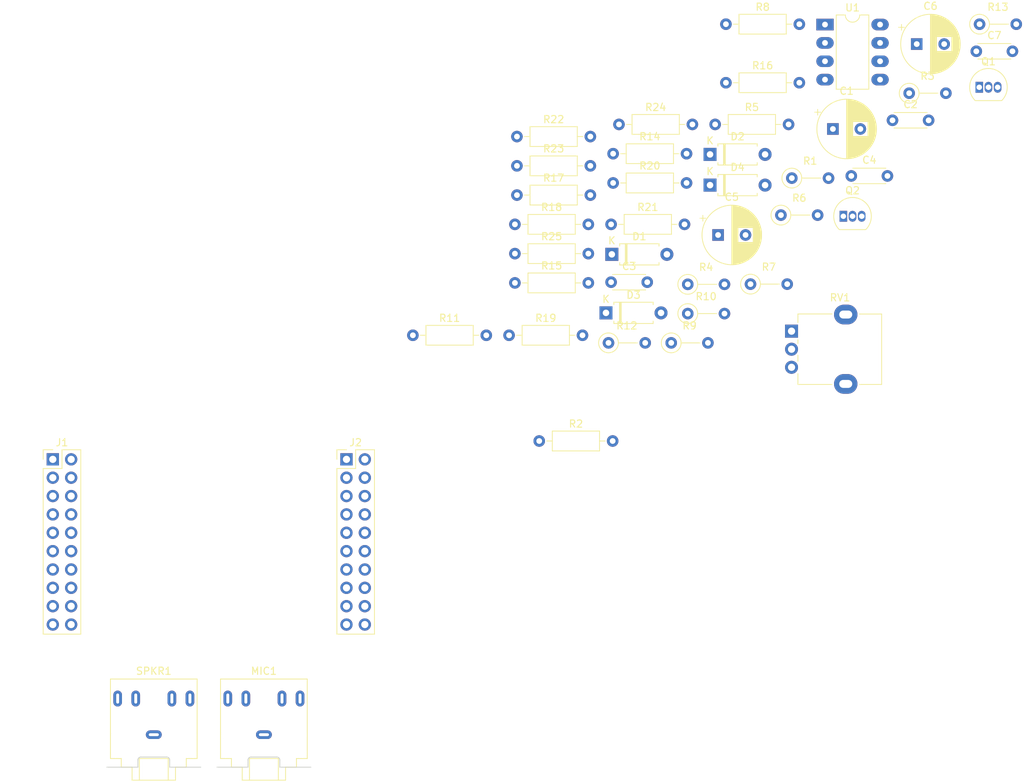
<source format=kicad_pcb>
(kicad_pcb (version 20211014) (generator pcbnew)
  (layers (0 "F.Cu" signal) (31 "B.Cu" signal) (34 "B.Paste" user) (35 "F.Paste" user) (36 "B.SilkS" user "B.Silkscreen") (37 "F.SilkS" user "F.Silkscreen") (38 "B.Mask" user) (39 "F.Mask" user) (44 "Edge.Cuts" user))
  (net 0 "")
  (net 1 "Net-(C1-Pad1)")
  (net 2 "Net-(C1-Pad2)")
  (net 3 "+5V")
  (net 4 "GND")
  (net 5 "Net-(R19-Pad2)")
  (net 6 "Net-(R20-Pad1)")
  (net 7 "Net-(RV1-Pad2)")
  (net 8 "Net-(R25-Pad1)")
  (net 9 "Net-(Q1-Pad2)")
  (net 10 "Net-(D1-Pad2)")
  (net 11 "Net-(MIC1-PadS)")
  (net 12 "Net-(D1-Pad1)")
  (net 13 "Net-(D3-Pad2)")
  (net 14 "+3V3")
  (net 15 "/ADC_IN")
  (net 31 "/PTT")
  (net 34 "/DAC_0")
  (net 36 "/DAC_1")
  (net 38 "/DAC_2")
  (net 40 "/DAC_3")
  (net 42 "/DAC_4")
  (net 52 "Net-(MIC1-PadR)")
  (net 54 "Net-(Q2-Pad2)")
  (net 55 "Net-(R1-Pad1)")
  (net 56 "Net-(R3-Pad2)")
  (net 57 "Net-(R10-Pad1)")
  (net 58 "Net-(R10-Pad2)")
  (net 59 "Net-(R12-Pad2)")
  (net 60 "Net-(U1-Pad2)")
  (footprint "Resistor_THT:R_Axial_DIN0207_L6.3mm_D2.5mm_P10.16mm_Horizontal" (layer "F.Cu") (at 146.265302 62.87)
    (fp_text reference "R5" (at 5.08 -2.37) (layer "F.SilkS"))
    (fp_text value "10k")
    (pad "1" thru_hole circle (at 0 0) (size 1.6 1.6) (drill 0.8) (layers *.Cu *.Mask) (net 56 "Net-(R3-Pad2)"))
    (pad "2" thru_hole oval (at 10.16 0) (size 1.6 1.6) (drill 0.8) (layers *.Cu *.Mask) (net 36 "/DAC_1"))
  )
  (footprint "Connector_PinHeader_2.54mm:PinHeader_2x10_P2.54mm_Vertical" (layer "F.Cu") (at 54.605 109.22)
    (fp_text reference "J1" (at 1.27 -2.33) (layer "F.SilkS"))
    (fp_text value "Conn_02x10_Odd_Even")
    (pad "1" thru_hole rect (at 0 0) (size 1.7 1.7) (drill 1) (layers *.Cu *.Mask) (net 14 "+3V3"))
    (pad "2" thru_hole oval (at 2.54 0) (size 1.7 1.7) (drill 1) (layers *.Cu *.Mask) (net 3 "+5V"))
    (pad "3" thru_hole oval (at 0 2.54) (size 1.7 1.7) (drill 1) (layers *.Cu *.Mask) (net 15 "/ADC_IN"))
    (pad "4" thru_hole oval (at 2.54 2.54) (size 1.7 1.7) (drill 1) (layers *.Cu *.Mask) (net 4 "GND"))
    (pad "5" thru_hole oval (at 0 5.08) (size 1.7 1.7) (drill 1) (layers *.Cu *.Mask))
    (pad "6" thru_hole oval (at 2.54 5.08) (size 1.7 1.7) (drill 1) (layers *.Cu *.Mask))
    (pad "7" thru_hole oval (at 0 7.62) (size 1.7 1.7) (drill 1) (layers *.Cu *.Mask))
    (pad "8" thru_hole oval (at 2.54 7.62) (size 1.7 1.7) (drill 1) (layers *.Cu *.Mask))
    (pad "9" thru_hole oval (at 0 10.16) (size 1.7 1.7) (drill 1) (layers *.Cu *.Mask))
    (pad "10" thru_hole oval (at 2.54 10.16) (size 1.7 1.7) (drill 1) (layers *.Cu *.Mask))
    (pad "11" thru_hole oval (at 0 12.7) (size 1.7 1.7) (drill 1) (layers *.Cu *.Mask))
    (pad "12" thru_hole oval (at 2.54 12.7) (size 1.7 1.7) (drill 1) (layers *.Cu *.Mask))
    (pad "13" thru_hole oval (at 0 15.24) (size 1.7 1.7) (drill 1) (layers *.Cu *.Mask))
    (pad "14" thru_hole oval (at 2.54 15.24) (size 1.7 1.7) (drill 1) (layers *.Cu *.Mask))
    (pad "15" thru_hole oval (at 0 17.78) (size 1.7 1.7) (drill 1) (layers *.Cu *.Mask))
    (pad "16" thru_hole oval (at 2.54 17.78) (size 1.7 1.7) (drill 1) (layers *.Cu *.Mask))
    (pad "17" thru_hole oval (at 0 20.32) (size 1.7 1.7) (drill 1) (layers *.Cu *.Mask))
    (pad "18" thru_hole oval (at 2.54 20.32) (size 1.7 1.7) (drill 1) (layers *.Cu *.Mask))
    (pad "19" thru_hole oval (at 0 22.86) (size 1.7 1.7) (drill 1) (layers *.Cu *.Mask))
    (pad "20" thru_hole oval (at 2.54 22.86) (size 1.7 1.7) (drill 1) (layers *.Cu *.Mask) (net 31 "/PTT"))
  )
  (footprint "Resistor_THT:R_Axial_DIN0207_L6.3mm_D2.5mm_P10.16mm_Horizontal" (layer "F.Cu") (at 118.835302 64.55)
    (fp_text reference "R22" (at 5.08 -2.37) (layer "F.SilkS"))
    (fp_text value "10k")
    (pad "1" thru_hole circle (at 0 0) (size 1.6 1.6) (drill 0.8) (layers *.Cu *.Mask) (net 14 "+3V3"))
    (pad "2" thru_hole oval (at 10.16 0) (size 1.6 1.6) (drill 0.8) (layers *.Cu *.Mask) (net 9 "Net-(Q1-Pad2)"))
  )
  (footprint "Resistor_THT:R_Axial_DIN0207_L6.3mm_D2.5mm_P10.16mm_Horizontal" (layer "F.Cu") (at 147.755302 57.1)
    (fp_text reference "R16" (at 5.08 -2.37) (layer "F.SilkS"))
    (fp_text value "10k")
    (pad "1" thru_hole circle (at 0 0) (size 1.6 1.6) (drill 0.8) (layers *.Cu *.Mask) (net 1 "Net-(C1-Pad1)"))
    (pad "2" thru_hole oval (at 10.16 0) (size 1.6 1.6) (drill 0.8) (layers *.Cu *.Mask) (net 4 "GND"))
  )
  (footprint "Connector_Audio:Jack_3.5mm_CUI_SJ1-3525N_Horizontal" (layer "F.Cu") (at 68.58 147.32)
    (fp_text reference "SPKR1" (at 0 -8.8) (layer "F.SilkS"))
    (fp_text value "AudioJack3")
    (fp_line (start 1.8 3.1) (end -1.8 3.1) (layer "Edge.Cuts") (width 0.12))
    (fp_line (start -2.2 4.5) (end -6.5 4.5) (layer "Edge.Cuts") (width 0.12))
    (fp_line (start 2.2 4.5) (end 6.5 4.5) (layer "Edge.Cuts") (width 0.12))
    (fp_line (start 2.2 3.5) (end 2.2 4.5) (layer "Edge.Cuts") (width 0.12))
    (fp_line (start -2.2 3.5) (end -2.2 4.5) (layer "Edge.Cuts") (width 0.12))
    (fp_arc (start 1.8 3.1) (mid 2.082843 3.217157) (end 2.2 3.5) (layer "Edge.Cuts") (width 0.12))
    (fp_arc (start -2.2 3.5) (mid -2.082842 3.217158) (end -1.8 3.1) (layer "Edge.Cuts") (width 0.12))
    (pad "" np_thru_hole circle (at 0 -5) (size 1.2 1.2) (drill 1.2) (layers *.Cu))
    (pad "" np_thru_hole circle (at 5 2.5) (size 1.2 1.2) (drill 1.2) (layers *.Cu))
    (pad "" np_thru_hole circle (at -5 0) (size 1.2 1.2) (drill 1.2) (layers *.Cu))
    (pad "" np_thru_hole circle (at 5 0) (size 1.2 1.2) (drill 1.2) (layers *.Cu))
    (pad "" np_thru_hole circle (at -5 2.5) (size 1.2 1.2) (drill 1.2) (layers *.Cu))
    (pad "R" thru_hole oval (at -5 -5) (size 1.2 2.2) (drill oval 0.4 1.4) (layers *.Cu *.Mask))
    (pad "RN" thru_hole oval (at -2.5 -5) (size 1.2 2.2) (drill oval 0.4 1.4) (layers *.Cu *.Mask))
    (pad "S" thru_hole oval (at 0 0) (size 2.2 1.2) (drill oval 1.4 0.4) (layers *.Cu *.Mask) (net 4 "GND"))
    (pad "T" thru_hole oval (at 5 -5 180) (size 1.2 2.2) (drill oval 0.4 1.4) (layers *.Cu *.Mask) (net 10 "Net-(D1-Pad2)"))
    (pad "TN" thru_hole oval (at 2.5 -5 180) (size 1.2 2.2) (drill oval 0.4 1.4) (layers *.Cu *.Mask))
  )
  (footprint "Resistor_THT:R_Axial_DIN0207_L6.3mm_D2.5mm_P5.08mm_Vertical" (layer "F.Cu") (at 173.115302 58.55)
    (fp_text reference "R3" (at 2.54 -2.37) (layer "F.SilkS"))
    (fp_text value "10k")
    (pad "1" thru_hole circle (at 0 0) (size 1.6 1.6) (drill 0.8) (layers *.Cu *.Mask) (net 55 "Net-(R1-Pad1)"))
    (pad "2" thru_hole oval (at 5.08 0) (size 1.6 1.6) (drill 0.8) (layers *.Cu *.Mask) (net 56 "Net-(R3-Pad2)"))
  )
  (footprint "Resistor_THT:R_Axial_DIN0207_L6.3mm_D2.5mm_P5.08mm_Vertical" (layer "F.Cu") (at 142.475302 85)
    (fp_text reference "R4" (at 2.54 -2.37) (layer "F.SilkS"))
    (fp_text value "10k")
    (pad "1" thru_hole circle (at 0 0) (size 1.6 1.6) (drill 0.8) (layers *.Cu *.Mask) (net 55 "Net-(R1-Pad1)"))
    (pad "2" thru_hole oval (at 5.08 0) (size 1.6 1.6) (drill 0.8) (layers *.Cu *.Mask) (net 56 "Net-(R3-Pad2)"))
  )
  (footprint "Capacitor_THT:C_Disc_D4.3mm_W1.9mm_P5.00mm" (layer "F.Cu") (at 182.405302 52.75)
    (fp_text reference "C7" (at 2.5 -2.2) (layer "F.SilkS"))
    (fp_text value "0.1uF")
    (pad "1" thru_hole circle (at 0 0) (size 1.6 1.6) (drill 0.8) (layers *.Cu *.Mask) (net 11 "Net-(MIC1-PadS)"))
    (pad "2" thru_hole circle (at 5 0) (size 1.6 1.6) (drill 0.8) (layers *.Cu *.Mask) (net 4 "GND"))
  )
  (footprint "Resistor_THT:R_Axial_DIN0207_L6.3mm_D2.5mm_P10.16mm_Horizontal" (layer "F.Cu") (at 118.555302 76.7)
    (fp_text reference "R18" (at 5.08 -2.37) (layer "F.SilkS"))
    (fp_text value "10k")
    (pad "1" thru_hole circle (at 0 0) (size 1.6 1.6) (drill 0.8) (layers *.Cu *.Mask) (net 2 "Net-(C1-Pad2)"))
    (pad "2" thru_hole oval (at 10.16 0) (size 1.6 1.6) (drill 0.8) (layers *.Cu *.Mask) (net 4 "GND"))
  )
  (footprint "Resistor_THT:R_Axial_DIN0207_L6.3mm_D2.5mm_P10.16mm_Horizontal" (layer "F.Cu") (at 104.435302 92.05)
    (fp_text reference "R11" (at 5.08 -2.37) (layer "F.SilkS"))
    (fp_text value "10k")
    (pad "1" thru_hole circle (at 0 0) (size 1.6 1.6) (drill 0.8) (layers *.Cu *.Mask) (net 58 "Net-(R10-Pad2)"))
    (pad "2" thru_hole oval (at 10.16 0) (size 1.6 1.6) (drill 0.8) (layers *.Cu *.Mask) (net 40 "/DAC_3"))
  )
  (footprint "Resistor_THT:R_Axial_DIN0207_L6.3mm_D2.5mm_P5.08mm_Vertical" (layer "F.Cu") (at 142.475302 89.05)
    (fp_text reference "R10" (at 2.54 -2.37) (layer "F.SilkS"))
    (fp_text value "10k")
    (pad "1" thru_hole circle (at 0 0) (size 1.6 1.6) (drill 0.8) (layers *.Cu *.Mask) (net 57 "Net-(R10-Pad1)"))
    (pad "2" thru_hole oval (at 5.08 0) (size 1.6 1.6) (drill 0.8) (layers *.Cu *.Mask) (net 58 "Net-(R10-Pad2)"))
  )
  (footprint "Resistor_THT:R_Axial_DIN0207_L6.3mm_D2.5mm_P5.08mm_Vertical" (layer "F.Cu") (at 156.875302 70.3)
    (fp_text reference "R1" (at 2.54 -2.37) (layer "F.SilkS"))
    (fp_text value "10k")
    (pad "1" thru_hole circle (at 0 0) (size 1.6 1.6) (drill 0.8) (layers *.Cu *.Mask) (net 55 "Net-(R1-Pad1)"))
    (pad "2" thru_hole oval (at 5.08 0) (size 1.6 1.6) (drill 0.8) (layers *.Cu *.Mask) (net 4 "GND"))
  )
  (footprint "Resistor_THT:R_Axial_DIN0207_L6.3mm_D2.5mm_P10.16mm_Horizontal" (layer "F.Cu") (at 118.835302 68.6)
    (fp_text reference "R23" (at 5.08 -2.37) (layer "F.SilkS"))
    (fp_text value "8.2k")
    (pad "1" thru_hole circle (at 0 0) (size 1.6 1.6) (drill 0.8) (layers *.Cu *.Mask) (net 9 "Net-(Q1-Pad2)"))
    (pad "2" thru_hole oval (at 10.16 0) (size 1.6 1.6) (drill 0.8) (layers *.Cu *.Mask) (net 4 "GND"))
  )
  (footprint "Package_TO_SOT_THT:TO-92_Inline" (layer "F.Cu") (at 182.815302 57.73)
    (fp_text reference "Q1" (at 1.27 -3.56) (layer "F.SilkS"))
    (fp_text value "2N3904")
    (pad "1" thru_hole rect (at 0 0) (size 1.05 1.5) (drill 0.75) (layers *.Cu *.Mask) (net 15 "/ADC_IN"))
    (pad "2" thru_hole oval (at 1.27 0) (size 1.05 1.5) (drill 0.75) (layers *.Cu *.Mask) (net 9 "Net-(Q1-Pad2)"))
    (pad "3" thru_hole oval (at 2.54 0) (size 1.05 1.5) (drill 0.75) (layers *.Cu *.Mask) (net 14 "+3V3"))
  )
  (footprint "Resistor_THT:R_Axial_DIN0207_L6.3mm_D2.5mm_P10.16mm_Horizontal" (layer "F.Cu") (at 121.92 106.68)
    (fp_text reference "R2" (at 5.08 -2.37) (layer "F.SilkS"))
    (fp_text value "10k")
    (pad "1" thru_hole circle (at 0 0) (size 1.6 1.6) (drill 0.8) (layers *.Cu *.Mask) (net 55 "Net-(R1-Pad1)"))
    (pad "2" thru_hole oval (at 10.16 0) (size 1.6 1.6) (drill 0.8) (layers *.Cu *.Mask) (net 34 "/DAC_0"))
  )
  (footprint "Resistor_THT:R_Axial_DIN0207_L6.3mm_D2.5mm_P10.16mm_Horizontal" (layer "F.Cu") (at 132.145302 70.97)
    (fp_text reference "R20" (at 5.08 -2.37) (layer "F.SilkS"))
    (fp_text value "10k")
    (pad "1" thru_hole circle (at 0 0) (size 1.6 1.6) (drill 0.8) (layers *.Cu *.Mask) (net 6 "Net-(R20-Pad1)"))
    (pad "2" thru_hole oval (at 10.16 0) (size 1.6 1.6) (drill 0.8) (layers *.Cu *.Mask) (net 4 "GND"))
  )
  (footprint "Resistor_THT:R_Axial_DIN0207_L6.3mm_D2.5mm_P10.16mm_Horizontal" (layer "F.Cu") (at 117.745302 92.05)
    (fp_text reference "R19" (at 5.08 -2.37) (layer "F.SilkS"))
    (fp_text value "330")
    (pad "1" thru_hole circle (at 0 0) (size 1.6 1.6) (drill 0.8) (layers *.Cu *.Mask) (net 60 "Net-(U1-Pad2)"))
    (pad "2" thru_hole oval (at 10.16 0) (size 1.6 1.6) (drill 0.8) (layers *.Cu *.Mask) (net 5 "Net-(R19-Pad2)"))
  )
  (footprint "Connector_Audio:Jack_3.5mm_CUI_SJ1-3525N_Horizontal" (layer "F.Cu") (at 83.82 147.32)
    (fp_text reference "MIC1" (at 0 -8.8) (layer "F.SilkS"))
    (fp_text value "AudioJack3")
    (fp_line (start 2.2 3.5) (end 2.2 4.5) (layer "Edge.Cuts") (width 0.12))
    (fp_line (start -2.2 4.5) (end -6.5 4.5) (layer "Edge.Cuts") (width 0.12))
    (fp_line (start -2.2 3.5) (end -2.2 4.5) (layer "Edge.Cuts") (width 0.12))
    (fp_line (start 2.2 4.5) (end 6.5 4.5) (layer "Edge.Cuts") (width 0.12))
    (fp_line (start 1.8 3.1) (end -1.8 3.1) (layer "Edge.Cuts") (width 0.12))
    (fp_arc (start -2.2 3.5) (mid -2.082842 3.217158) (end -1.8 3.1) (layer "Edge.Cuts") (width 0.12))
    (fp_arc (start 1.8 3.1) (mid 2.082843 3.217157) (end 2.2 3.5) (layer "Edge.Cuts") (width 0.12))
    (pad "" np_thru_hole circle (at -5 2.5) (size 1.2 1.2) (drill 1.2) (layers *.Cu))
    (pad "" np_thru_hole circle (at 5 2.5) (size 1.2 1.2) (drill 1.2) (layers *.Cu))
    (pad "" np_thru_hole circle (at 0 -5) (size 1.2 1.2) (drill 1.2) (layers *.Cu))
    (pad "" np_thru_hole circle (at 5 0) (size 1.2 1.2) (drill 1.2) (layers *.Cu))
    (pad "" np_thru_hole circle (at -5 0) (size 1.2 1.2) (drill 1.2) (layers *.Cu))
    (pad "R" thru_hole oval (at -5 -5) (size 1.2 2.2) (drill oval 0.4 1.4) (layers *.Cu *.Mask) (net 52 "Net-(MIC1-PadR)"))
    (pad "RN" thru_hole oval (at -2.5 -5) (size 1.2 2.2) (drill oval 0.4 1.4) (layers *.Cu *.Mask))
    (pad "S" thru_hole oval (at 0 0) (size 2.2 1.2) (drill oval 1.4 0.4) (layers *.Cu *.Mask) (net 11 "Net-(MIC1-PadS)"))
    (pad "T" thru_hole oval (at 5 -5 180) (size 1.2 2.2) (drill oval 0.4 1.4) (layers *.Cu *.Mask))
    (pad "TN" thru_hole oval (at 2.5 -5 180) (size 1.2 2.2) (drill oval 0.4 1.4) (layers *.Cu *.Mask))
  )
  (footprint "Capacitor_THT:C_Disc_D4.3mm_W1.9mm_P5.00mm" (layer "F.Cu") (at 170.805302 62.3)
    (fp_text reference "C2" (at 2.5 -2.2) (layer "F.SilkS"))
    (fp_text value "0.1uF")
    (pad "1" thru_hole circle (at 0 0) (size 1.6 1.6) (drill 0.8) (layers *.Cu *.Mask) (net 3 "+5V"))
    (pad "2" thru_hole circle (at 5 0) (size 1.6 1.6) (drill 0.8) (layers *.Cu *.Mask) (net 4 "GND"))
  )
  (footprint "Potentiometer_THT:Potentiometer_Alpha_RD901F-40-00D_Single_Vertical" (layer "F.Cu") (at 156.835 91.48)
    (fp_text reference "RV1" (at 6.71 -4.64 180) (layer "F.SilkS"))
    (fp_text value "10k")
    (pad "" thru_hole oval (at 7.5 7.3 90) (size 2.72 3.24) (drill oval 1.1 1.8) (layers *.Cu *.Mask))
    (pad "" thru_hole oval (at 7.5 -2.3 90) (size 2.72 3.24) (drill oval 1.1 1.8) (layers *.Cu *.Mask))
    (pad "1" thru_hole rect (at 0 0 90) (size 1.8 1.8) (drill 1) (layers *.Cu *.Mask) (net 6 "Net-(R20-Pad1)"))
    (pad "2" thru_hole circle (at 0 2.5 90) (size 1.8 1.8) (drill 1) (layers *.Cu *.Mask) (net 7 "Net-(RV1-Pad2)"))
    (pad "3" thru_hole circle (at 0 5 90) (size 1.8 1.8) (drill 1) (layers *.Cu *.Mask) (net 4 "GND"))
  )
  (footprint "Capacitor_THT:C_Disc_D4.3mm_W1.9mm_P5.00mm" (layer "F.Cu") (at 165.105302 70)
    (fp_text reference "C4" (at 2.5 -2.2) (layer "F.SilkS"))
    (fp_text value "82nF")
    (pad "1" thru_hole circle (at 0 0) (size 1.6 1.6) (drill 0.8) (layers *.Cu *.Mask) (net 5 "Net-(R19-Pad2)"))
    (pad "2" thru_hole circle (at 5 0) (size 1.6 1.6) (drill 0.8) (layers *.Cu *.Mask) (net 6 "Net-(R20-Pad1)"))
  )
  (footprint "Capacitor_THT:CP_Radial_D8.0mm_P3.80mm" (layer "F.Cu") (at 146.67 78.17)
    (fp_text reference "C5" (at 1.9 -5.25) (layer "F.SilkS"))
    (fp_text value "100uF")
    (pad "1" thru_hole rect (at 0 0) (size 1.6 1.6) (drill 0.8) (layers *.Cu *.Mask) (net 7 "Net-(RV1-Pad2)"))
    (pad "2" thru_hole circle (at 3.8 0) (size 1.6 1.6) (drill 0.8) (layers *.Cu *.Mask) (net 8 "Net-(R25-Pad1)"))
  )
  (footprint "Diode_THT:D_A-405_P7.62mm_Horizontal" (layer "F.Cu") (at 131.155302 88.95)
    (fp_text reference "D3" (at 3.81 -2.47) (layer "F.SilkS"))
    (fp_text value "DIODE")
    (fp_text user "K" (at 0 -1.9) (layer "F.SilkS"))
    (pad "1" thru_hole rect (at 0 0) (size 1.8 1.8) (drill 0.9) (layers *.Cu *.Mask) (net 10 "Net-(D1-Pad2)"))
    (pad "2" thru_hole oval (at 7.62 0) (size 1.8 1.8) (drill 0.9) (layers *.Cu *.Mask) (net 13 "Net-(D3-Pad2)"))
  )
  (footprint "Resistor_THT:R_Axial_DIN0207_L6.3mm_D2.5mm_P5.08mm_Vertical" (layer "F.Cu") (at 151.155302 84.97)
    (fp_text reference "R7" (at 2.54 -2.37) (layer "F.SilkS"))
    (fp_text value "10k")
    (pad "1" thru_hole circle (at 0 0) (size 1.6 1.6) (drill 0.8) (layers *.Cu *.Mask) (net 56 "Net-(R3-Pad2)"))
    (pad "2" thru_hole oval (at 5.08 0) (size 1.6 1.6) (drill 0.8) (layers *.Cu *.Mask) (net 57 "Net-(R10-Pad1)"))
  )
  (footprint "Resistor_THT:R_Axial_DIN0207_L6.3mm_D2.5mm_P10.16mm_Horizontal" (layer "F.Cu") (at 118.555302 84.8)
    (fp_text reference "R15" (at 5.08 -2.37) (layer "F.SilkS"))
    (fp_text value "2.2k")
    (pad "1" thru_hole circle (at 0 0) (size 1.6 1.6) (drill 0.8) (layers *.Cu *.Mask) (net 59 "Net-(R12-Pad2)"))
    (pad "2" thru_hole oval (at 10.16 0) (size 1.6 1.6) (drill 0.8) (layers *.Cu *.Mask) (net 1 "Net-(C1-Pad1)"))
  )
  (footprint "Resistor_THT:R_Axial_DIN0207_L6.3mm_D2.5mm_P10.16mm_Horizontal" (layer "F.Cu") (at 147.755302 49)
    (fp_text reference "R8" (at 5.08 -2.37) (layer "F.SilkS"))
    (fp_text value "10k")
    (pad "1" thru_hole circle (at 0 0) (size 1.6 1.6) (drill 0.8) (layers *.Cu *.Mask) (net 57 "Net-(R10-Pad1)"))
    (pad "2" thru_hole oval (at 10.16 0) (size 1.6 1.6) (drill 0.8) (layers *.Cu *.Mask) (net 38 "/DAC_2"))
  )
  (footprint "Resistor_THT:R_Axial_DIN0207_L6.3mm_D2.5mm_P10.16mm_Horizontal" (layer "F.Cu") (at 132.145302 66.92)
    (fp_text reference "R14" (at 5.08 -2.37) (layer "F.SilkS"))
    (fp_text value "10k")
    (pad "1" thru_hole circle (at 0 0) (size 1.6 1.6) (drill 0.8) (layers *.Cu *.Mask) (net 59 "Net-(R12-Pad2)"))
    (pad "2" thru_hole oval (at 10.16 0) (size 1.6 1.6) (drill 0.8) (layers *.Cu *.Mask) (net 42 "/DAC_4"))
  )
  (footprint "Resistor_THT:R_Axial_DIN0207_L6.3mm_D2.5mm_P5.08mm_Vertical" (layer "F.Cu") (at 140.185302 93.1)
    (fp_text reference "R9" (at 2.54 -2.37) (layer "F.SilkS"))
    (fp_text value "10k")
    (pad "1" thru_hole circle (at 0 0) (size 1.6 1.6) (drill 0.8) (layers *.Cu *.Mask) (net 57 "Net-(R10-Pad1)"))
    (pad "2" thru_hole oval (at 5.08 0) (size 1.6 1.6) (drill 0.8) (layers *.Cu *.Mask) (net 58 "Net-(R10-Pad2)"))
  )
  (footprint "Connector_PinHeader_2.54mm:PinHeader_2x10_P2.54mm_Vertical" (layer "F.Cu") (at 95.245 109.22)
    (fp_text reference "J2" (at 1.27 -2.33) (layer "F.SilkS"))
    (fp_text value "Conn_02x10_Odd_Even")
    (pad "1" thru_hole rect (at 0 0) (size 1.7 1.7) (drill 1) (layers *.Cu *.Mask))
    (pad "2" thru_hole oval (at 2.54 0) (size 1.7 1.7) (drill 1) (layers *.Cu *.Mask))
    (pad "3" thru_hole oval (at 0 2.54) (size 1.7 1.7) (drill 1) (layers *.Cu *.Mask) (net 34 "/DAC_0"))
    (pad "4" thru_hole oval (at 2.54 2.54) (size 1.7 1.7) (drill 1) (layers *.Cu *.Mask))
    (pad "5" thru_hole oval (at 0 5.08) (size 1.7 1.7) (drill 1) (layers *.Cu *.Mask) (net 36 "/DAC_1"))
    (pad "6" thru_hole oval (at 2.54 5.08) (size 1.7 1.7) (drill 1) (layers *.Cu *.Mask))
    (pad "7" thru_hole oval (at 0 7.62) (size 1.7 1.7) (drill 1) (layers *.Cu *.Mask) (net 38 "/DAC_2"))
    (pad "8" thru_hole oval (at 2.54 7.62) (size 1.7 1.7) (drill 1) (layers *.Cu *.Mask))
    (pad "9" thru_hole oval (at 0 10.16) (size 1.7 1.7) (drill 1) (layers *.Cu *.Mask) (net 40 "/DAC_3"))
    (pad "10" thru_hole oval (at 2.54 10.16) (size 1.7 1.7) (drill 1) (layers *.Cu *.Mask))
    (pad "11" thru_hole oval (at 0 12.7) (size 1.7 1.7) (drill 1) (layers *.Cu *.Mask) (net 42 "/DAC_4"))
    (pad "12" thru_hole oval (at 2.54 12.7) (size 1.7 1.7) (drill 1) (layers *.Cu *.Mask))
    (pad "13" thru_hole oval (at 0 15.24) (size 1.7 1.7) (drill 1) (layers *.Cu *.Mask))
    (pad "14" thru_hole oval (at 2.54 15.24) (size 1.7 1.7) (drill 1) (layers *.Cu *.Mask))
    (pad "15" thru_hole oval (at 0 17.78) (size 1.7 1.7) (drill 1) (layers *.Cu *.Mask))
    (pad "16" thru_hole oval (at 2.54 17.78) (size 1.7 1.7) (drill 1) (layers *.Cu *.Mask))
    (pad "17" thru_hole oval (at 0 20.32) (size 1.7 1.7) (drill 1) (layers *.Cu *.Mask))
    (pad "18" thru_hole oval (at 2.54 20.32) (size 1.7 1.7) (drill 1) (layers *.Cu *.Mask))
    (pad "19" thru_hole oval (at 0 22.86) (size 1.7 1.7) (drill 1) (layers *.Cu *.Mask))
    (pad "20" thru_hole oval (at 2.54 22.86) (size 1.7 1.7) (drill 1) (layers *.Cu *.Mask))
  )
  (footprint "Package_DIP:DIP-8_W7.62mm_LongPads" (layer "F.Cu") (at 161.465302 49.05)
    (fp_text reference "U1" (at 3.81 -2.33) (layer "F.SilkS"))
    (fp_text value "LM741")
    (pad "1" thru_hole rect (at 0 0) (size 2.4 1.6) (drill 0.8) (layers *.Cu *.Mask))
    (pad "2" thru_hole oval (at 0 2.54) (size 2.4 1.6) (drill 0.8) (layers *.Cu *.Mask) (net 60 "Net-(U1-Pad2)"))
    (pad "3" thru_hole oval (at 0 5.08) (size 2.4 1.6) (drill 0.8) (layers *.Cu *.Mask) (net 2 "Net-(C1-Pad2)"))
    (pad "4" thru_hole oval (at 0 7.62) (size 2.4 1.6) (drill 0.8) (layers *.Cu *.Mask) (net 4 "GND"))
    (pad "5" thru_hole oval (at 7.62 7.62) (size 2.4 1.6) (drill 0.8) (layers *.Cu *.Mask))
    (pad "6" thru_hole oval (at 7.62 5.08) (size 2.4 1.6) (drill 0.8) (layers *.Cu *.Mask) (net 60 "Net-(U1-Pad2)"))
    (pad "7" thru_hole oval (at 7.62 2.54) (size 2.4 1.6) (drill 0.8) (layers *.Cu *.Mask) (net 3 "+5V"))
    (pad "8" thru_hole oval (at 7.62 0) (size 2.4 1.6) (drill 0.8) (layers *.Cu *.Mask))
  )
  (footprint "Resistor_THT:R_Axial_DIN0207_L6.3mm_D2.5mm_P5.08mm_Vertical" (layer "F.Cu") (at 182.855302 49)
    (fp_text reference "R13" (at 2.54 -2.37) (layer "F.SilkS"))
    (fp_text value "10k")
    (pad "1" thru_hole circle (at 0 0) (size 1.6 1.6) (drill 0.8) (layers *.Cu *.Mask) (net 58 "Net-(R10-Pad2)"))
    (pad "2" thru_hole oval (at 5.08 0) (size 1.6 1.6) (drill 0.8) (layers *.Cu *.Mask) (net 59 "Net-(R12-Pad2)"))
  )
  (footprint "Diode_THT:D_A-405_P7.62mm_Horizontal" (layer "F.Cu") (at 145.555302 71.27)
    (fp_text reference "D4" (at 3.81 -2.47) (layer "F.SilkS"))
    (fp_text value "DIODE")
    (fp_text user "K" (at 0 -1.9) (layer "F.SilkS"))
    (pad "1" thru_hole rect (at 0 0) (size 1.8 1.8) (drill 0.9) (layers *.Cu *.Mask) (net 13 "Net-(D3-Pad2)"))
    (pad "2" thru_hole oval (at 7.62 0) (size 1.8 1.8) (drill 0.9) (layers *.Cu *.Mask) (net 4 "GND"))
  )
  (footprint "Diode_THT:D_A-405_P7.62mm_Horizontal" (layer "F.Cu") (at 145.555302 67.02)
    (fp_text reference "D2" (at 3.81 -2.47) (layer "F.SilkS"))
    (fp_text value "DIODE")
    (fp_text user "K" (at 0 -1.9) (layer "F.SilkS"))
    (pad "1" thru_hole rect (at 0 0) (size 1.8 1.8) (drill 0.9) (layers *.Cu *.Mask) (net 4 "GND"))
    (pad "2" thru_hole oval (at 7.62 0) (size 1.8 1.8) (drill 0.9) (layers *.Cu *.Mask) (net 12 "Net-(D1-Pad1)"))
  )
  (footprint "Diode_THT:D_A-405_P7.62mm_Horizontal" (layer "F.Cu") (at 131.965302 80.85)
    (fp_text reference "D1" (at 3.81 -2.47) (layer "F.SilkS"))
    (fp_text value "DIODE")
    (fp_text user "K" (at 0 -1.9) (layer "F.SilkS"))
    (pad "1" thru_hole rect (at 0 0) (size 1.8 1.8) (drill 0.9) (layers *.Cu *.Mask) (net 12 "Net-(D1-Pad1)"))
    (pad "2" thru_hole oval (at 7.62 0) (size 1.8 1.8) (drill 0.9) (layers *.Cu *.Mask) (net 10 "Net-(D1-Pad2)"))
  )
  (footprint "Resistor_THT:R_Axial_DIN0207_L6.3mm_D2.5mm_P10.16mm_Horizontal" (layer "F.Cu") (at 131.865302 76.7)
    (fp_text reference "R21" (at 5.08 -2.37) (layer "F.SilkS"))
    (fp_text value "1k")
    (pad "1" thru_hole circle (at 0 0) (size 1.6 1.6) (drill 0.8) (layers *.Cu *.Mask) (net 15 "/ADC_IN"))
    (pad "2" thru_hole oval (at 10.16 0) (size 1.6 1.6) (drill 0.8) (layers *.Cu *.Mask) (net 4 "GND"))
  )
  (footprint "Capacitor_THT:C_Disc_D4.3mm_W1.9mm_P5.00mm" (layer "F.Cu") (at 131.865302 84.7)
    (fp_text reference "C3" (at 2.5 -2.2) (layer "F.SilkS"))
    (fp_text value "82nF")
    (pad "1" thru_hole circle (at 0 0) (size 1.6 1.6) (drill 0.8) (layers *.Cu *.Mask) (net 5 "Net-(R19-Pad2)"))
    (pad "2" thru_hole circle (at 5 0) (size 1.6 1.6) (drill 0.8) (layers *.Cu *.Mask) (net 4 "GND"))
  )
  (footprint "Resistor_THT:R_Axial_DIN0207_L6.3mm_D2.5mm_P5.08mm_Vertical" (layer "F.Cu") (at 131.505302 93.1)
    (fp_text reference "R12" (at 2.54 -2.37) (layer "F.SilkS"))
    (fp_text value "10k")
    (pad "1" thru_hole circle (at 0 0) (size 1.6 1.6) (drill 0.8) (layers *.Cu *.Mask) (net 58 "Net-(R10-Pad2)"))
    (pad "2" thru_hole oval (at 5.08 0) (size 1.6 1.6) (drill 0.8) (layers *.Cu *.Mask) (net 59 "Net-(R12-Pad2)"))
  )
  (footprint "Capacitor_THT:CP_Radial_D8.0mm_P3.80mm" (layer "F.Cu") (at 174.16 51.75)
    (fp_text reference "C6" (at 1.9 -5.25) (layer "F.SilkS"))
    (fp_text value "100uF")
    (pad "1" thru_hole rect (at 0 0) (size 1.6 1.6) (drill 0.8) (layers *.Cu *.Mask) (net 9 "Net-(Q1-Pad2)"))
    (pad "2" thru_hole circle (at 3.8 0) (size 1.6 1.6) (drill 0.8) (layers *.Cu *.Mask) (net 10 "Net-(D1-Pad2)"))
  )
  (footprint "Resistor_THT:R_Axial_DIN0207_L6.3mm_D2.5mm_P10.16mm_Horizontal" (layer "F.Cu") (at 118.555302 80.75)
    (fp_text reference "R25" (at 5.08 -2.37) (layer "F.SilkS"))
    (fp_text value "560")
    (pad "1" thru_hole circle (at 0 0) (size 1.6 1.6) (drill 0.8) (layers *.Cu *.Mask) (net 8 "Net-(R25-Pad1)"))
    (pad "2" thru_hole oval (at 10.16 0) (size 1.6 1.6) (drill 0.8) (layers *.Cu *.Mask) (net 52 "Net-(MIC1-PadR)"))
  )
  (footprint "Capacitor_THT:CP_Radial_D8.0mm_P3.80mm" (layer "F.Cu") (at 162.56 63.5)
    (fp_text reference "C1" (at 1.9 -5.25) (layer "F.SilkS"))
    (fp_text value "100uF")
    (pad "1" thru_hole rect (at 0 0) (size 1.6 1.6) (drill 0.8) (layers *.Cu *.Mask) (net 1 "Net-(C1-Pad1)"))
    (pad "2" thru_hole circle (at 3.8 0) (size 1.6 1.6) (drill 0.8) (layers *.Cu *.Mask) (net 2 "Net-(C1-Pad2)"))
  )
  (footprint "Resistor_THT:R_Axial_DIN0207_L6.3mm_D2.5mm_P10.16mm_Horizontal" (layer "F.Cu") (at 132.955302 62.87)
    (fp_text reference "R24" (at 5.08 -2.37) (layer "F.SilkS"))
    (fp_text value "2.2k")
    (pad "1" thru_hole circle (at 0 0) (size 1.6 1.6) (drill 0.8) (layers *.Cu *.Mask) (net 31 "/PTT"))
    (pad "2" thru_hole oval (at 10.16 0) (size 1.6 1.6) (drill 0.8) (layers *.Cu *.Mask) (net 54 "Net-(Q2-Pad2)"))
  )
  (footprint "Resistor_THT:R_Axial_DIN0207_L6.3mm_D2.5mm_P5.08mm_Vertical" (layer "F.Cu") (at 155.365302 75.42)
    (fp_text reference "R6" (at 2.54 -2.37) (layer "F.SilkS"))
    (fp_text value "10k")
    (pad "1" thru_hole circle (at 0 0) (size 1.6 1.6) (drill 0.8) (layers *.Cu *.Mask) (net 56 "Net-(R3-Pad2)"))
    (pad "2" thru_hole oval (at 5.08 0) (size 1.6 1.6) (drill 0.8) (layers *.Cu *.Mask) (net 57 "Net-(R10-Pad1)"))
  )
  (footprint "Package_TO_SOT_THT:TO-92_Inline" (layer "F.Cu") (at 164.005302 75.58)
    (fp_text reference "Q2" (at 1.27 -3.56) (layer "F.SilkS"))
    (fp_text value "2N3904")
    (pad "1" thru_hole rect (at 0 0) (size 1.05 1.5) (drill 0.75) (layers *.Cu *.Mask) (net 4 "GND"))
    (pad "2" thru_hole oval (at 1.27 0) (size 1.05 1.5) (drill 0.75) (layers *.Cu *.Mask) (net 54 "Net-(Q2-Pad2)"))
    (pad "3" thru_hole oval (at 2.54 0) (size 1.05 1.5) (drill 0.75) (layers *.Cu *.Mask) (net 11 "Net-(MIC1-PadS)"))
  )
  (footprint "Resistor_THT:R_Axial_DIN0207_L6.3mm_D2.5mm_P10.16mm_Horizontal" (layer "F.Cu") (at 118.835302 72.65)
    (fp_text reference "R17" (at 5.08 -2.37) (layer "F.SilkS"))
    (fp_text value "10k")
    (pad "1" thru_hole circle (at 0 0) (size 1.6 1.6) (drill 0.8) (layers *.Cu *.Mask) (net 3 "+5V"))
    (pad "2" thru_hole oval (at 10.16 0) (size 1.6 1.6) (drill 0.8) (layers *.Cu *.Mask) (net 2 "Net-(C1-Pad2)"))
  )
)
</source>
